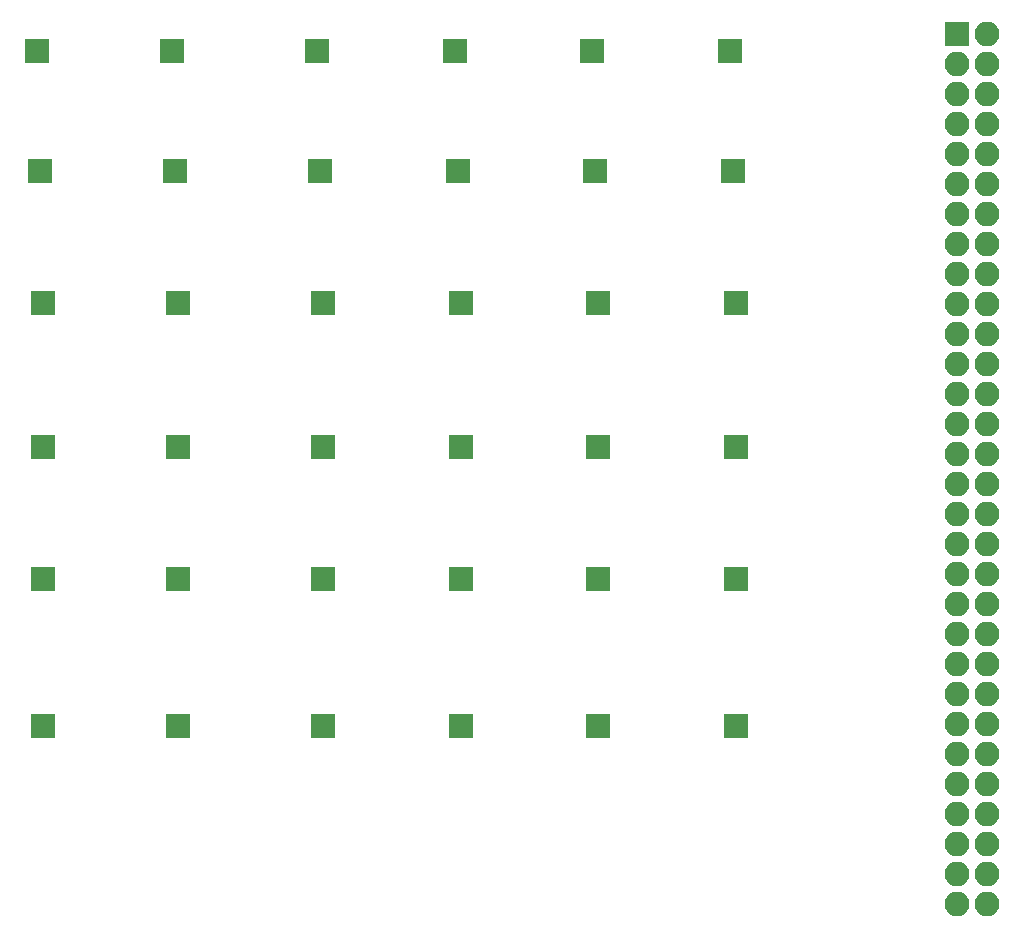
<source format=gts>
G04 #@! TF.FileFunction,Soldermask,Top*
%FSLAX46Y46*%
G04 Gerber Fmt 4.6, Leading zero omitted, Abs format (unit mm)*
G04 Created by KiCad (PCBNEW 4.0.7) date 03/13/18 20:50:31*
%MOMM*%
%LPD*%
G01*
G04 APERTURE LIST*
%ADD10C,0.100000*%
%ADD11R,2.100000X2.100000*%
%ADD12O,2.100000X2.100000*%
G04 APERTURE END LIST*
D10*
D11*
X115951000Y-125857000D03*
X127381000Y-125857000D03*
X139700000Y-125857000D03*
X151384000Y-125857000D03*
X162941000Y-125857000D03*
X174625000Y-125857000D03*
X115951000Y-113411000D03*
X127381000Y-113411000D03*
X139700000Y-113411000D03*
X151384000Y-113411000D03*
X162941000Y-113411000D03*
X174625000Y-113411000D03*
X115951000Y-102235000D03*
X127381000Y-102235000D03*
X139700000Y-102235000D03*
X151384000Y-102235000D03*
X162941000Y-102235000D03*
X174625000Y-102235000D03*
X115951000Y-90043000D03*
X127381000Y-90043000D03*
X139700000Y-90043000D03*
X151384000Y-90043000D03*
X162941000Y-90043000D03*
X174625000Y-90043000D03*
X115697000Y-78867000D03*
X127127000Y-78867000D03*
X139446000Y-78867000D03*
X151130000Y-78867000D03*
X162687000Y-78867000D03*
X174371000Y-78867000D03*
X115443000Y-68707000D03*
X126873000Y-68707000D03*
X139192000Y-68707000D03*
X150876000Y-68707000D03*
X162433000Y-68707000D03*
X174117000Y-68707000D03*
X193350096Y-67288000D03*
D12*
X195890096Y-67288000D03*
X193350096Y-69828000D03*
X195890096Y-69828000D03*
X193350096Y-72368000D03*
X195890096Y-72368000D03*
X193350096Y-74908000D03*
X195890096Y-74908000D03*
X193350096Y-77448000D03*
X195890096Y-77448000D03*
X193350096Y-79988000D03*
X195890096Y-79988000D03*
X193350096Y-82528000D03*
X195890096Y-82528000D03*
X193350096Y-85068000D03*
X195890096Y-85068000D03*
X193350096Y-87608000D03*
X195890096Y-87608000D03*
X193350096Y-90148000D03*
X195890096Y-90148000D03*
X193350096Y-92688000D03*
X195890096Y-92688000D03*
X193350096Y-95228000D03*
X195890096Y-95228000D03*
X193350096Y-97768000D03*
X195890096Y-97768000D03*
X193350096Y-100308000D03*
X195890096Y-100308000D03*
X193350096Y-102848000D03*
X195890096Y-102848000D03*
X193350096Y-105388000D03*
X195890096Y-105388000D03*
X193350096Y-107928000D03*
X195890096Y-107928000D03*
X193350096Y-110468000D03*
X195890096Y-110468000D03*
X193350096Y-113008000D03*
X195890096Y-113008000D03*
X193350096Y-115548000D03*
X195890096Y-115548000D03*
X193350096Y-118088000D03*
X195890096Y-118088000D03*
X193350096Y-120628000D03*
X195890096Y-120628000D03*
X193350096Y-123168000D03*
X195890096Y-123168000D03*
X193350096Y-125708000D03*
X195890096Y-125708000D03*
X193350096Y-128248000D03*
X195890096Y-128248000D03*
X193350096Y-130788000D03*
X195890096Y-130788000D03*
X193350096Y-133328000D03*
X195890096Y-133328000D03*
X193350096Y-135868000D03*
X195890096Y-135868000D03*
X193350096Y-138408000D03*
X195890096Y-138408000D03*
X193350096Y-140948000D03*
X195890096Y-140948000D03*
M02*

</source>
